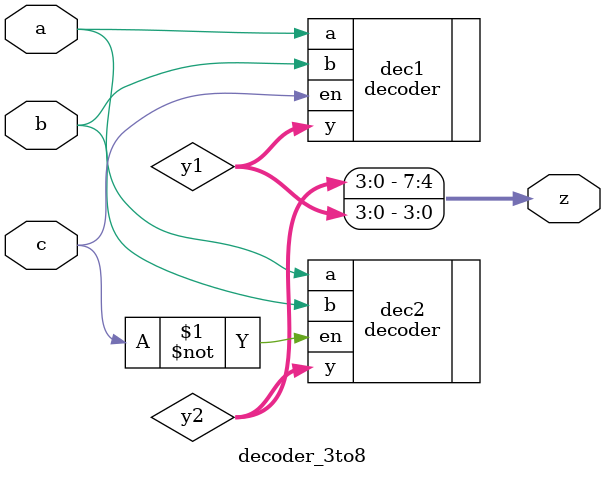
<source format=v>
`timescale 1ns / 1ps


module decoder_3to8(
    input a, b, c,
    output [7:0] z
    );
    wire [3:0] y1, y2;
    
    decoder dec1(.a(a), .b(b), .en(c), .y(y1));
    decoder dec2(.a(a), .b(b), .en(~c), .y(y2));
    
    assign z = {y2, y1};
    
endmodule

</source>
